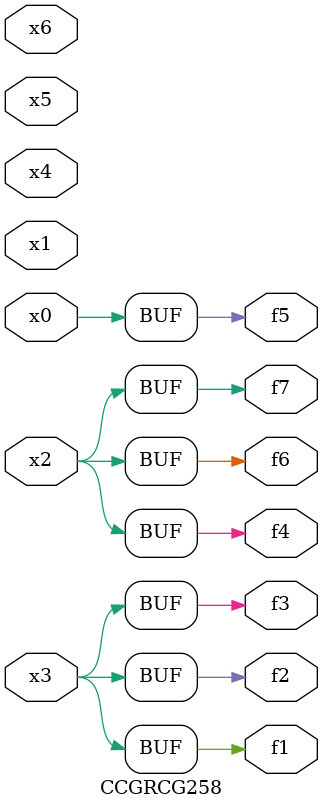
<source format=v>
module CCGRCG258(
	input x0, x1, x2, x3, x4, x5, x6,
	output f1, f2, f3, f4, f5, f6, f7
);
	assign f1 = x3;
	assign f2 = x3;
	assign f3 = x3;
	assign f4 = x2;
	assign f5 = x0;
	assign f6 = x2;
	assign f7 = x2;
endmodule

</source>
